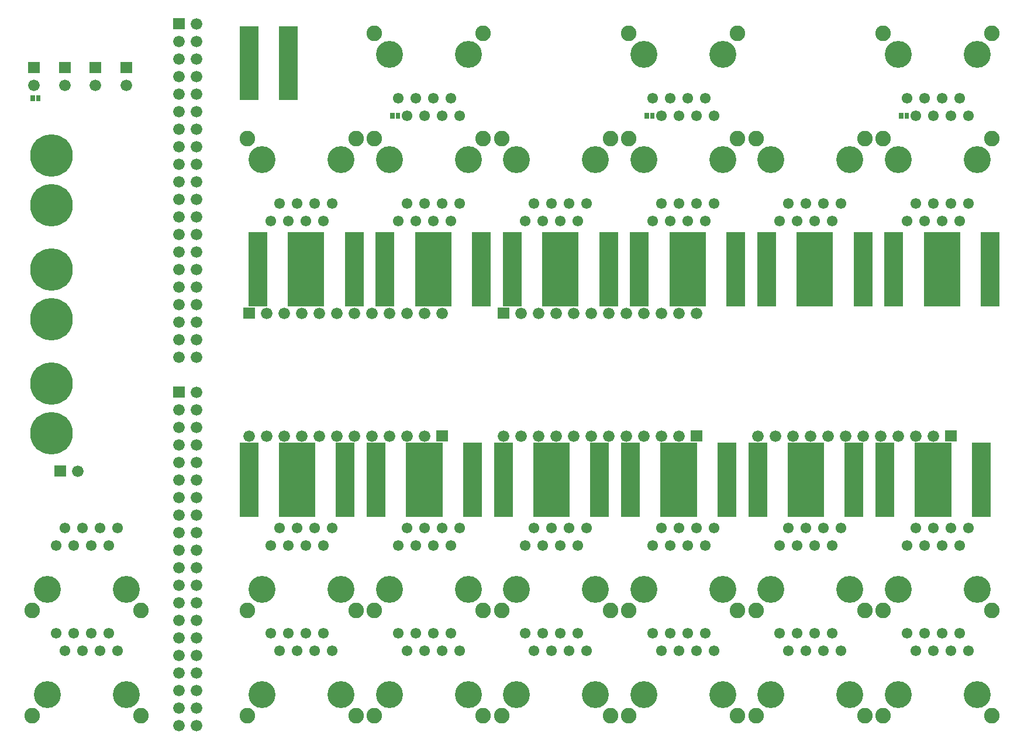
<source format=gbr>
G04 start of page 7 for group -4062 idx -4062 *
G04 Title: (unknown), soldermask *
G04 Creator: pcb 1.99z *
G04 CreationDate: Mon Aug 31 20:42:03 2015 UTC *
G04 For: commonadmin *
G04 Format: Gerber/RS-274X *
G04 PCB-Dimensions (mil): 5600.00 4300.00 *
G04 PCB-Coordinate-Origin: lower left *
%MOIN*%
%FSLAX25Y25*%
%LNBOTTOMMASK*%
%ADD80R,0.0257X0.0257*%
%ADD79R,0.1066X0.1066*%
%ADD78C,0.2422*%
%ADD77C,0.0001*%
%ADD76C,0.0660*%
%ADD75C,0.0887*%
%ADD74C,0.1536*%
%ADD73C,0.0611*%
G54D73*X147500Y127500D03*
X142500Y117500D03*
X152500D03*
G54D74*X137500Y92500D03*
G54D75*X128957Y80492D03*
G54D73*X157500Y127500D03*
X162500Y117500D03*
X172500D03*
X167500Y127500D03*
X177500D03*
G54D74*X182500Y92500D03*
G54D75*X190965Y80492D03*
G54D73*X215000Y117500D03*
G54D74*X210000Y92500D03*
G54D75*X201457Y80492D03*
G54D73*X215000Y67500D03*
X172500D03*
X177500Y57500D03*
X167500D03*
X157500D03*
X162500Y67500D03*
X152500D03*
X142500D03*
X147500Y57500D03*
G54D74*X182500Y32500D03*
X137500D03*
G54D75*X191043Y20492D03*
G54D74*X210000Y32500D03*
G54D75*X201535Y20492D03*
X129035D03*
G54D76*X210000Y180000D03*
X200000D03*
X190000D03*
X180000D03*
X170000D03*
X160000D03*
X150000D03*
X140000D03*
X130000D03*
G54D77*G36*
X126700Y253300D02*Y246700D01*
X133300D01*
Y253300D01*
X126700D01*
G37*
G54D76*X140000Y250000D03*
X150000D03*
X160000D03*
X170000D03*
X180000D03*
X190000D03*
X200000D03*
X210000D03*
G54D73*X172500Y302500D03*
X177500Y312500D03*
X167500D03*
X157500D03*
X162500Y302500D03*
X152500D03*
X142500D03*
X147500Y312500D03*
G54D74*X182500Y337500D03*
X137500D03*
G54D75*X129035Y349508D03*
X191043D03*
X201535D03*
G54D73*X235000Y302500D03*
X225000D03*
X215000D03*
X230000Y312500D03*
X220000D03*
G54D74*X210000Y337500D03*
G54D73*X220000Y362500D03*
X215000Y372500D03*
X225000D03*
G54D74*X210000Y397500D03*
G54D75*X201457Y409508D03*
G54D73*X230000Y362500D03*
X235000Y372500D03*
X240000Y362500D03*
X245000Y372500D03*
G54D74*X255000Y397500D03*
G54D75*X263465Y409508D03*
G54D73*X245000Y302500D03*
X250000Y312500D03*
X240000D03*
G54D74*X255000Y337500D03*
X282500D03*
G54D75*X263543Y349508D03*
X274035D03*
G54D73*X250000Y362500D03*
G54D77*G36*
X271700Y253300D02*Y246700D01*
X278300D01*
Y253300D01*
X271700D01*
G37*
G54D76*X220000Y250000D03*
X230000D03*
X240000D03*
X285000D03*
X295000D03*
X305000D03*
X315000D03*
X325000D03*
X335000D03*
X345000D03*
X355000D03*
X365000D03*
X375000D03*
X385000D03*
X32500Y160000D03*
G54D73*X25000Y127500D03*
X20000Y117500D03*
X30000D03*
X35000Y127500D03*
X40000Y117500D03*
X50000D03*
X45000Y127500D03*
X55000D03*
G54D74*X60000Y92500D03*
G54D75*X68465Y80492D03*
G54D73*X50000Y67500D03*
X40000D03*
G54D74*X15000Y92500D03*
G54D75*X6457Y80492D03*
G54D73*X30000Y67500D03*
X20000D03*
X55000Y57500D03*
X45000D03*
X35000D03*
X25000D03*
G54D74*X60000Y32500D03*
X15000D03*
G54D75*X68543Y20492D03*
X6535D03*
G54D77*G36*
X86700Y208300D02*Y201700D01*
X93300D01*
Y208300D01*
X86700D01*
G37*
G54D76*X100000Y205000D03*
Y195000D03*
Y185000D03*
X90000Y195000D03*
Y185000D03*
Y175000D03*
Y165000D03*
Y155000D03*
Y145000D03*
X100000Y175000D03*
Y165000D03*
Y155000D03*
Y145000D03*
X90000Y135000D03*
Y125000D03*
Y115000D03*
X100000Y135000D03*
Y125000D03*
Y115000D03*
Y105000D03*
Y95000D03*
Y85000D03*
X90000Y105000D03*
Y95000D03*
Y85000D03*
Y75000D03*
X100000D03*
X90000Y65000D03*
Y55000D03*
Y45000D03*
Y35000D03*
Y25000D03*
Y15000D03*
X100000Y65000D03*
Y55000D03*
Y45000D03*
Y35000D03*
Y25000D03*
Y15000D03*
G54D78*X17500Y210000D03*
Y181654D03*
Y246654D03*
G54D77*G36*
X19200Y163300D02*Y156700D01*
X25800D01*
Y163300D01*
X19200D01*
G37*
G54D78*X17500Y340000D03*
Y311654D03*
Y275000D03*
G54D77*G36*
X4200Y393300D02*Y386700D01*
X10800D01*
Y393300D01*
X4200D01*
G37*
G54D76*X7500Y380000D03*
G54D77*G36*
X21700Y393300D02*Y386700D01*
X28300D01*
Y393300D01*
X21700D01*
G37*
G54D76*X25000Y380000D03*
G54D77*G36*
X86700Y418300D02*Y411700D01*
X93300D01*
Y418300D01*
X86700D01*
G37*
G54D76*X90000Y405000D03*
Y395000D03*
X100000Y415000D03*
Y405000D03*
Y395000D03*
Y385000D03*
Y375000D03*
Y365000D03*
X90000Y385000D03*
Y375000D03*
Y365000D03*
Y355000D03*
G54D77*G36*
X56700Y393300D02*Y386700D01*
X63300D01*
Y393300D01*
X56700D01*
G37*
G54D76*X60000Y380000D03*
G54D77*G36*
X39200Y393300D02*Y386700D01*
X45800D01*
Y393300D01*
X39200D01*
G37*
G54D76*X42500Y380000D03*
X100000Y355000D03*
X90000Y345000D03*
Y335000D03*
Y325000D03*
X100000Y345000D03*
Y335000D03*
Y325000D03*
Y315000D03*
Y305000D03*
Y295000D03*
X90000Y315000D03*
Y305000D03*
Y295000D03*
Y285000D03*
X100000D03*
Y275000D03*
Y265000D03*
X90000Y275000D03*
Y265000D03*
Y255000D03*
Y245000D03*
Y235000D03*
Y225000D03*
X100000Y255000D03*
Y245000D03*
Y235000D03*
Y225000D03*
G54D73*X220000Y127500D03*
X230000D03*
X240000D03*
X250000D03*
X225000Y117500D03*
X235000D03*
X245000D03*
G54D74*X255000Y92500D03*
G54D75*X263465Y80492D03*
G54D73*X245000Y67500D03*
G54D74*X255000Y32500D03*
G54D75*X263543Y20492D03*
G54D73*X235000Y67500D03*
X225000D03*
X250000Y57500D03*
X240000D03*
X230000D03*
X220000D03*
X317500Y67500D03*
X322500Y57500D03*
X312500D03*
X302500D03*
X307500Y67500D03*
X297500D03*
X287500D03*
X292500Y57500D03*
G54D74*X327500Y32500D03*
X282500D03*
G54D75*X336043Y20492D03*
X274035D03*
G54D73*X360000Y117500D03*
G54D74*X355000Y92500D03*
G54D75*X346457Y80492D03*
G54D73*X292500Y127500D03*
X287500Y117500D03*
X297500D03*
X307500D03*
X302500Y127500D03*
X312500D03*
X322500D03*
X317500Y117500D03*
G54D74*X282500Y92500D03*
X327500D03*
G54D75*X273957Y80492D03*
X335965D03*
G54D73*X365000Y127500D03*
X375000D03*
X385000D03*
X395000D03*
G54D74*X400000Y92500D03*
G54D75*X408465Y80492D03*
G54D74*X427500Y92500D03*
G54D75*X418957Y80492D03*
G54D73*X370000Y117500D03*
X380000D03*
X390000D03*
X437500Y127500D03*
X447500D03*
X457500D03*
X467500D03*
X432500Y117500D03*
X442500D03*
X452500D03*
X462500D03*
G54D74*X472500Y92500D03*
G54D75*X480965Y80492D03*
G54D73*X462500Y67500D03*
X467500Y57500D03*
G54D74*X472500Y32500D03*
G54D75*X481043Y20492D03*
G54D73*X452500Y67500D03*
X457500Y57500D03*
X447500D03*
X442500Y67500D03*
X437500Y57500D03*
X432500Y67500D03*
G54D74*X427500Y32500D03*
G54D73*X390000Y67500D03*
X395000Y57500D03*
X385000D03*
X375000D03*
X380000Y67500D03*
X370000D03*
X360000D03*
X365000Y57500D03*
G54D74*X400000Y32500D03*
X355000D03*
G54D75*X408543Y20492D03*
X346535D03*
X419035D03*
G54D73*X540000Y127500D03*
G54D74*X545000Y92500D03*
G54D75*X553465Y80492D03*
G54D74*X545000Y32500D03*
G54D75*X553543Y20492D03*
G54D73*X505000Y117500D03*
G54D74*X500000Y92500D03*
G54D75*X491457Y80492D03*
G54D74*X500000Y32500D03*
G54D75*X491535Y20492D03*
G54D73*X535000Y67500D03*
X540000Y57500D03*
X530000D03*
X520000D03*
X510000D03*
X525000Y67500D03*
X515000D03*
X505000D03*
X510000Y127500D03*
X520000D03*
X530000D03*
X515000Y117500D03*
X525000D03*
X535000D03*
G54D77*G36*
X526700Y183300D02*Y176700D01*
X533300D01*
Y183300D01*
X526700D01*
G37*
G54D76*X520000Y180000D03*
X510000D03*
X500000D03*
X490000D03*
X480000D03*
X470000D03*
X460000D03*
X450000D03*
X440000D03*
X430000D03*
X420000D03*
G54D77*G36*
X381700Y183300D02*Y176700D01*
X388300D01*
Y183300D01*
X381700D01*
G37*
G54D76*X375000Y180000D03*
X365000D03*
X355000D03*
X345000D03*
X335000D03*
X325000D03*
X315000D03*
X305000D03*
X295000D03*
X285000D03*
X275000D03*
G54D77*G36*
X236700Y183300D02*Y176700D01*
X243300D01*
Y183300D01*
X236700D01*
G37*
G54D76*X230000Y180000D03*
X220000D03*
G54D73*X317500Y302500D03*
X307500D03*
X297500D03*
X287500D03*
X322500Y312500D03*
G54D74*X327500Y337500D03*
G54D75*X336043Y349508D03*
G54D73*X312500Y312500D03*
X302500D03*
X292500D03*
X390000Y302500D03*
X380000D03*
X370000D03*
X360000D03*
X395000Y312500D03*
X385000D03*
X375000D03*
X365000D03*
X462500Y302500D03*
X467500Y312500D03*
X457500D03*
X452500Y302500D03*
X442500D03*
X432500D03*
X447500Y312500D03*
X437500D03*
G54D74*X472500Y337500D03*
X427500D03*
G54D75*X419035Y349508D03*
X481043D03*
G54D74*X500000Y337500D03*
G54D75*X491535Y349508D03*
G54D73*X535000Y302500D03*
X525000D03*
X515000D03*
X505000D03*
X540000Y312500D03*
G54D74*X545000Y337500D03*
G54D75*X553543Y349508D03*
G54D73*X540000Y362500D03*
G54D74*X545000Y397500D03*
G54D75*X553465Y409508D03*
G54D73*X530000Y312500D03*
Y362500D03*
X525000Y372500D03*
X535000D03*
X520000Y312500D03*
Y362500D03*
X510000Y312500D03*
Y362500D03*
X505000Y372500D03*
X515000D03*
G54D74*X500000Y397500D03*
G54D75*X491457Y409508D03*
G54D74*X400000Y337500D03*
X355000D03*
G54D75*X408543Y349508D03*
X346535D03*
G54D73*X365000Y362500D03*
X360000Y372500D03*
X370000D03*
X375000Y362500D03*
X385000D03*
X395000D03*
X380000Y372500D03*
X390000D03*
G54D74*X355000Y397500D03*
G54D75*X346457Y409508D03*
G54D74*X400000Y397500D03*
G54D75*X408465Y409508D03*
G54D79*X347500Y170748D02*Y139252D01*
X369941Y170748D02*Y139252D01*
X380000Y170748D02*Y139252D01*
X402441Y170748D02*Y139252D01*
X329941Y170748D02*Y139252D01*
X420000Y170748D02*Y139252D01*
X442441Y170748D02*Y139252D01*
X452500Y170748D02*Y139252D01*
X474941Y170748D02*Y139252D01*
X492500Y170748D02*Y139252D01*
X514941Y170748D02*Y139252D01*
X525000Y170748D02*Y139252D01*
X547441Y170748D02*Y139252D01*
X407500Y290748D02*Y259252D01*
X425059Y290748D02*Y259252D01*
X385059Y290748D02*Y259252D01*
X375000Y290748D02*Y259252D01*
X480000Y290748D02*Y259252D01*
X457559Y290748D02*Y259252D01*
X447500Y290748D02*Y259252D01*
X497559Y290748D02*Y259252D01*
X552500Y290748D02*Y259252D01*
X530059Y290748D02*Y259252D01*
X520000Y290748D02*Y259252D01*
G54D80*X505000Y362893D02*Y362107D01*
X501852Y362893D02*Y362107D01*
G54D79*X235000Y170748D02*Y139252D01*
X257441Y170748D02*Y139252D01*
X275000Y170748D02*Y139252D01*
X297441Y170748D02*Y139252D01*
X307500Y170748D02*Y139252D01*
X130000Y170748D02*Y139252D01*
X162500Y170748D02*Y139252D01*
X184941Y170748D02*Y139252D01*
X152441Y170748D02*Y139252D01*
X202500Y170748D02*Y139252D01*
X224941Y170748D02*Y139252D01*
X190000Y290748D02*Y259252D01*
X207559Y290748D02*Y259252D01*
X167559Y290748D02*Y259252D01*
X157500Y290748D02*Y259252D01*
X135059Y290748D02*Y259252D01*
X230000Y290748D02*Y259252D01*
G54D80*X215000Y362893D02*Y362107D01*
X6852Y372893D02*Y372107D01*
X10000Y372893D02*Y372107D01*
X211852Y362893D02*Y362107D01*
G54D79*X130000Y408248D02*Y376752D01*
X152441Y408248D02*Y376752D01*
X262500Y290748D02*Y259252D01*
X280059Y290748D02*Y259252D01*
X240059Y290748D02*Y259252D01*
X335000Y290748D02*Y259252D01*
X312559Y290748D02*Y259252D01*
X302500Y290748D02*Y259252D01*
X352559Y290748D02*Y259252D01*
G54D80*X360000Y362893D02*Y362107D01*
X356852Y362893D02*Y362107D01*
M02*

</source>
